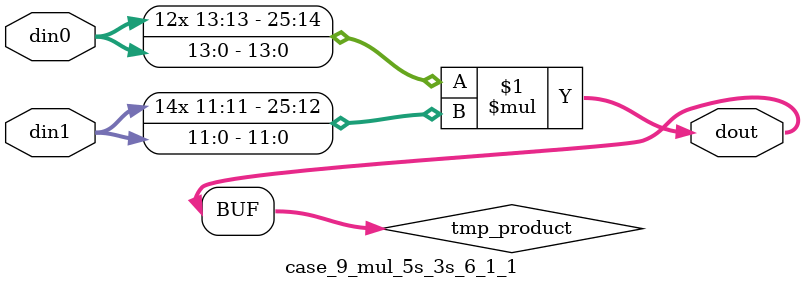
<source format=v>

`timescale 1 ns / 1 ps

 module case_9_mul_5s_3s_6_1_1(din0, din1, dout);
parameter ID = 1;
parameter NUM_STAGE = 0;
parameter din0_WIDTH = 14;
parameter din1_WIDTH = 12;
parameter dout_WIDTH = 26;

input [din0_WIDTH - 1 : 0] din0; 
input [din1_WIDTH - 1 : 0] din1; 
output [dout_WIDTH - 1 : 0] dout;

wire signed [dout_WIDTH - 1 : 0] tmp_product;



























assign tmp_product = $signed(din0) * $signed(din1);








assign dout = tmp_product;





















endmodule

</source>
